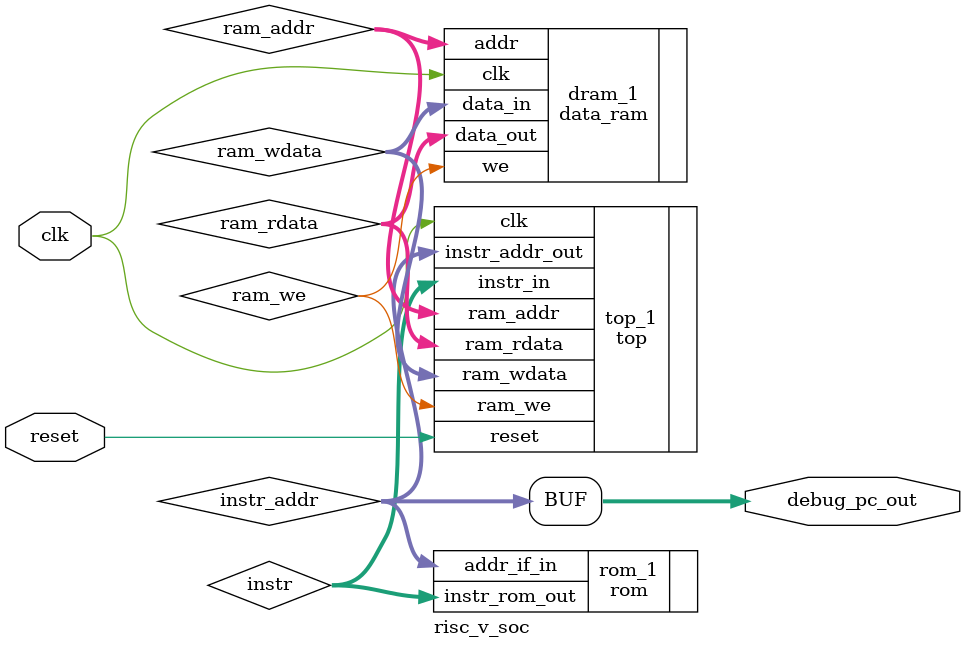
<source format=v>
`timescale 1ns / 1ps

module risc_v_soc(
    input wire clk,
    input wire reset,

    output wire [31:0] debug_pc_out// For debugging purpose
);
    wire [31:0] instr;
    wire [31:0] instr_addr;

    // [新增] Data RAM 連接訊號
    wire [31:0] ram_addr;
    wire [31:0] ram_wdata;
    wire ram_we;
    wire [31:0] ram_rdata;

    assign debug_pc_out = instr_addr;

    top top_1(
        .clk(clk),
        .reset(reset),
        .instr_in(instr),
        .instr_addr_out(instr_addr), // [修改] 變數名稱對齊
        // [新增] 連接 Data Memory 介面
        .ram_rdata(ram_rdata),
        .ram_addr(ram_addr),
        .ram_wdata(ram_wdata),
        .ram_we(ram_we)
    );
    rom rom_1(
        .addr_if_in(instr_addr),
        .instr_rom_out(instr)
    );
    data_ram dram_1(
        .clk(clk),
        .we(ram_we),
        .addr(ram_addr),
        .data_in(ram_wdata),
        .data_out(ram_rdata)
    );
endmodule
</source>
